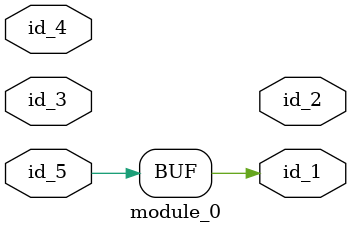
<source format=v>
module module_0 (
    id_1,
    id_2,
    id_3,
    id_4,
    id_5
);
  input id_5;
  input id_4;
  inout id_3;
  output id_2;
  output id_1;
  assign id_1 = id_5;
endmodule

</source>
